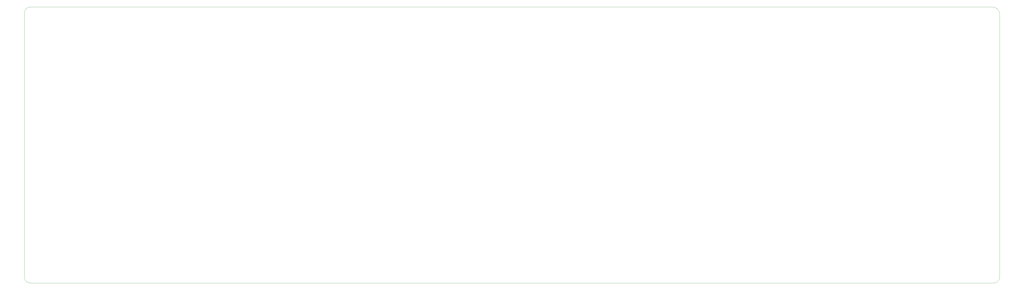
<source format=gm1>
G04 #@! TF.GenerationSoftware,KiCad,Pcbnew,(6.0.1)*
G04 #@! TF.CreationDate,2022-01-19T18:18:19+01:00*
G04 #@! TF.ProjectId,keyboard_pcb,6b657962-6f61-4726-945f-7063622e6b69,rev?*
G04 #@! TF.SameCoordinates,Original*
G04 #@! TF.FileFunction,Profile,NP*
%FSLAX46Y46*%
G04 Gerber Fmt 4.6, Leading zero omitted, Abs format (unit mm)*
G04 Created by KiCad (PCBNEW (6.0.1)) date 2022-01-19 18:18:19*
%MOMM*%
%LPD*%
G01*
G04 APERTURE LIST*
G04 #@! TA.AperFunction,Profile*
%ADD10C,0.100000*%
G04 #@! TD*
G04 APERTURE END LIST*
D10*
X-15875000Y-121285000D02*
G75*
G03*
X-13335000Y-123825000I2540001J1D01*
G01*
X-15875000Y-121285000D02*
X-15875000Y-2540000D01*
X420370000Y-3175000D02*
X420370000Y-121285000D01*
X417830000Y-123825000D02*
G75*
G03*
X420370000Y-121285000I-1J2540001D01*
G01*
X-13335000Y0D02*
G75*
G03*
X-15875000Y-2540000I1J-2540001D01*
G01*
X420370000Y-3175000D02*
G75*
G03*
X417195000Y0I-3175000J0D01*
G01*
X417830000Y-123825000D02*
X-13335000Y-123825000D01*
X-13335000Y0D02*
X417195000Y0D01*
M02*

</source>
